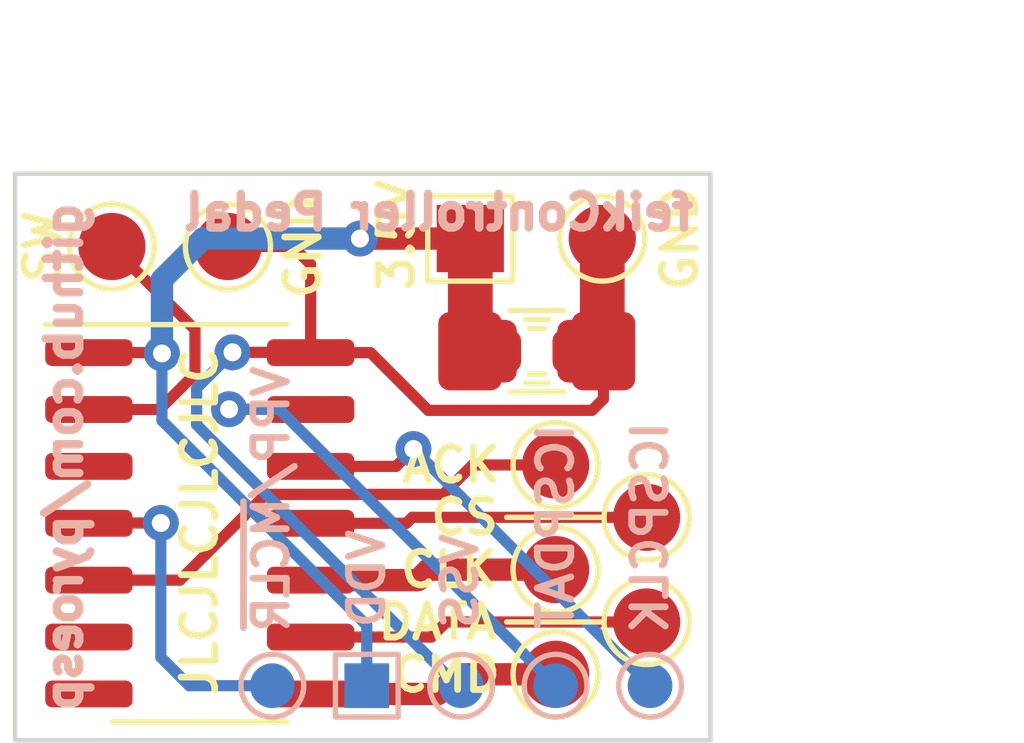
<source format=kicad_pcb>
(kicad_pcb (version 20171130) (host pcbnew "(5.1.8)-1")

  (general
    (thickness 1.6)
    (drawings 11)
    (tracks 66)
    (zones 0)
    (modules 18)
    (nets 15)
  )

  (page A4)
  (layers
    (0 F.Cu signal)
    (31 B.Cu signal)
    (32 B.Adhes user hide)
    (33 F.Adhes user hide)
    (34 B.Paste user hide)
    (35 F.Paste user hide)
    (36 B.SilkS user)
    (37 F.SilkS user)
    (38 B.Mask user hide)
    (39 F.Mask user hide)
    (40 Dwgs.User user hide)
    (41 Cmts.User user)
    (42 Eco1.User user hide)
    (43 Eco2.User user)
    (44 Edge.Cuts user)
    (45 Margin user hide)
    (46 B.CrtYd user hide)
    (47 F.CrtYd user hide)
    (48 B.Fab user hide)
    (49 F.Fab user hide)
  )

  (setup
    (last_trace_width 0.25)
    (user_trace_width 0.5)
    (user_trace_width 0.75)
    (user_trace_width 1)
    (trace_clearance 0.2)
    (zone_clearance 0.508)
    (zone_45_only no)
    (trace_min 0.2)
    (via_size 0.8)
    (via_drill 0.4)
    (via_min_size 0.4)
    (via_min_drill 0.3)
    (uvia_size 0.3)
    (uvia_drill 0.1)
    (uvias_allowed no)
    (uvia_min_size 0.2)
    (uvia_min_drill 0.1)
    (edge_width 0.05)
    (segment_width 0.2)
    (pcb_text_width 0.3)
    (pcb_text_size 1.5 1.5)
    (mod_edge_width 0.12)
    (mod_text_size 1 1)
    (mod_text_width 0.15)
    (pad_size 1.524 1.524)
    (pad_drill 0.762)
    (pad_to_mask_clearance 0)
    (aux_axis_origin 0 0)
    (visible_elements 7FFFFFFF)
    (pcbplotparams
      (layerselection 0x010f0_ffffffff)
      (usegerberextensions false)
      (usegerberattributes true)
      (usegerberadvancedattributes true)
      (creategerberjobfile true)
      (excludeedgelayer true)
      (linewidth 0.100000)
      (plotframeref false)
      (viasonmask false)
      (mode 1)
      (useauxorigin false)
      (hpglpennumber 1)
      (hpglpenspeed 20)
      (hpglpendiameter 15.000000)
      (psnegative false)
      (psa4output false)
      (plotreference true)
      (plotvalue true)
      (plotinvisibletext false)
      (padsonsilk false)
      (subtractmaskfromsilk false)
      (outputformat 1)
      (mirror false)
      (drillshape 0)
      (scaleselection 1)
      (outputdirectory "gerber/"))
  )

  (net 0 "")
  (net 1 GND)
  (net 2 +3V3)
  (net 3 /VPP\~MCLR)
  (net 4 /ICSPDAT)
  (net 5 /ICSPCLK)
  (net 6 /CLK)
  (net 7 /DATA)
  (net 8 /CMD)
  (net 9 /~SS)
  (net 10 /ACK)
  (net 11 /SW)
  (net 12 "Net-(U1-Pad7)")
  (net 13 "Net-(U1-Pad6)")
  (net 14 "Net-(U1-Pad3)")

  (net_class Default "This is the default net class."
    (clearance 0.2)
    (trace_width 0.25)
    (via_dia 0.8)
    (via_drill 0.4)
    (uvia_dia 0.3)
    (uvia_drill 0.1)
    (add_net +3V3)
    (add_net /ACK)
    (add_net /CLK)
    (add_net /CMD)
    (add_net /DATA)
    (add_net /ICSPCLK)
    (add_net /ICSPDAT)
    (add_net /SW)
    (add_net /VPP\~MCLR)
    (add_net /~SS)
    (add_net GND)
    (add_net "Net-(U1-Pad3)")
    (add_net "Net-(U1-Pad6)")
    (add_net "Net-(U1-Pad7)")
  )

  (module Capacitor_SMD:C_0603_1608Metric_Pad1.05x0.95mm_HandSolder (layer F.Cu) (tedit 5B301BBE) (tstamp 5F0202A4)
    (at 178.9795 105.791)
    (descr "Capacitor SMD 0603 (1608 Metric), square (rectangular) end terminal, IPC_7351 nominal with elongated pad for handsoldering. (Body size source: http://www.tortai-tech.com/upload/download/2011102023233369053.pdf), generated with kicad-footprint-generator")
    (tags "capacitor handsolder")
    (path /5DABA497)
    (attr smd)
    (fp_text reference C3 (at 0 -1.43) (layer F.SilkS) hide
      (effects (font (size 1 1) (thickness 0.15)))
    )
    (fp_text value 0.1uF (at 0 1.43) (layer F.Fab)
      (effects (font (size 1 1) (thickness 0.15)))
    )
    (fp_line (start 1.65 0.73) (end -1.65 0.73) (layer F.CrtYd) (width 0.05))
    (fp_line (start 1.65 -0.73) (end 1.65 0.73) (layer F.CrtYd) (width 0.05))
    (fp_line (start -1.65 -0.73) (end 1.65 -0.73) (layer F.CrtYd) (width 0.05))
    (fp_line (start -1.65 0.73) (end -1.65 -0.73) (layer F.CrtYd) (width 0.05))
    (fp_line (start -0.171267 0.51) (end 0.171267 0.51) (layer F.SilkS) (width 0.12))
    (fp_line (start -0.171267 -0.51) (end 0.171267 -0.51) (layer F.SilkS) (width 0.12))
    (fp_line (start 0.8 0.4) (end -0.8 0.4) (layer F.Fab) (width 0.1))
    (fp_line (start 0.8 -0.4) (end 0.8 0.4) (layer F.Fab) (width 0.1))
    (fp_line (start -0.8 -0.4) (end 0.8 -0.4) (layer F.Fab) (width 0.1))
    (fp_line (start -0.8 0.4) (end -0.8 -0.4) (layer F.Fab) (width 0.1))
    (fp_text user %R (at 0 0) (layer F.Fab)
      (effects (font (size 0.4 0.4) (thickness 0.06)))
    )
    (pad 2 smd roundrect (at 0.875 0) (size 1.05 0.95) (layers F.Cu F.Paste F.Mask) (roundrect_rratio 0.25)
      (net 1 GND))
    (pad 1 smd roundrect (at -0.875 0) (size 1.05 0.95) (layers F.Cu F.Paste F.Mask) (roundrect_rratio 0.25)
      (net 2 +3V3))
    (model ${KISYS3DMOD}/Capacitor_SMD.3dshapes/C_0603_1608Metric.wrl
      (at (xyz 0 0 0))
      (scale (xyz 1 1 1))
      (rotate (xyz 0 0 0))
    )
  )

  (module Capacitor_SMD:C_1206_3216Metric_Pad1.42x1.75mm_HandSolder (layer F.Cu) (tedit 5B301BBE) (tstamp 5F01FF55)
    (at 178.9795 105.791)
    (descr "Capacitor SMD 1206 (3216 Metric), square (rectangular) end terminal, IPC_7351 nominal with elongated pad for handsoldering. (Body size source: http://www.tortai-tech.com/upload/download/2011102023233369053.pdf), generated with kicad-footprint-generator")
    (tags "capacitor handsolder")
    (path /5DA2B48A)
    (attr smd)
    (fp_text reference C1 (at 0 -1.82) (layer F.SilkS) hide
      (effects (font (size 1 1) (thickness 0.15)))
    )
    (fp_text value 0.1uF (at 0 1.82) (layer F.Fab)
      (effects (font (size 1 1) (thickness 0.15)))
    )
    (fp_line (start 2.45 1.12) (end -2.45 1.12) (layer F.CrtYd) (width 0.05))
    (fp_line (start 2.45 -1.12) (end 2.45 1.12) (layer F.CrtYd) (width 0.05))
    (fp_line (start -2.45 -1.12) (end 2.45 -1.12) (layer F.CrtYd) (width 0.05))
    (fp_line (start -2.45 1.12) (end -2.45 -1.12) (layer F.CrtYd) (width 0.05))
    (fp_line (start -0.602064 0.91) (end 0.602064 0.91) (layer F.SilkS) (width 0.12))
    (fp_line (start -0.602064 -0.91) (end 0.602064 -0.91) (layer F.SilkS) (width 0.12))
    (fp_line (start 1.6 0.8) (end -1.6 0.8) (layer F.Fab) (width 0.1))
    (fp_line (start 1.6 -0.8) (end 1.6 0.8) (layer F.Fab) (width 0.1))
    (fp_line (start -1.6 -0.8) (end 1.6 -0.8) (layer F.Fab) (width 0.1))
    (fp_line (start -1.6 0.8) (end -1.6 -0.8) (layer F.Fab) (width 0.1))
    (fp_text user %R (at 0 0) (layer F.Fab)
      (effects (font (size 0.8 0.8) (thickness 0.12)))
    )
    (pad 2 smd roundrect (at 1.4875 0) (size 1.425 1.75) (layers F.Cu F.Paste F.Mask) (roundrect_rratio 0.1754385964912281)
      (net 1 GND))
    (pad 1 smd roundrect (at -1.4875 0) (size 1.425 1.75) (layers F.Cu F.Paste F.Mask) (roundrect_rratio 0.1754385964912281)
      (net 2 +3V3))
    (model ${KISYS3DMOD}/Capacitor_SMD.3dshapes/C_1206_3216Metric.wrl
      (at (xyz 0 0 0))
      (scale (xyz 1 1 1))
      (rotate (xyz 0 0 0))
    )
  )

  (module Capacitor_SMD:C_0805_2012Metric_Pad1.15x1.40mm_HandSolder (layer F.Cu) (tedit 5B36C52B) (tstamp 5F020113)
    (at 178.9848 105.791)
    (descr "Capacitor SMD 0805 (2012 Metric), square (rectangular) end terminal, IPC_7351 nominal with elongated pad for handsoldering. (Body size source: https://docs.google.com/spreadsheets/d/1BsfQQcO9C6DZCsRaXUlFlo91Tg2WpOkGARC1WS5S8t0/edit?usp=sharing), generated with kicad-footprint-generator")
    (tags "capacitor handsolder")
    (path /5DA61B3C)
    (attr smd)
    (fp_text reference C2 (at 0 -1.65) (layer F.SilkS) hide
      (effects (font (size 1 1) (thickness 0.15)))
    )
    (fp_text value 0.1uF (at 0 1.65) (layer F.Fab)
      (effects (font (size 1 1) (thickness 0.15)))
    )
    (fp_line (start 1.85 0.95) (end -1.85 0.95) (layer F.CrtYd) (width 0.05))
    (fp_line (start 1.85 -0.95) (end 1.85 0.95) (layer F.CrtYd) (width 0.05))
    (fp_line (start -1.85 -0.95) (end 1.85 -0.95) (layer F.CrtYd) (width 0.05))
    (fp_line (start -1.85 0.95) (end -1.85 -0.95) (layer F.CrtYd) (width 0.05))
    (fp_line (start -0.261252 0.71) (end 0.261252 0.71) (layer F.SilkS) (width 0.12))
    (fp_line (start -0.261252 -0.71) (end 0.261252 -0.71) (layer F.SilkS) (width 0.12))
    (fp_line (start 1 0.6) (end -1 0.6) (layer F.Fab) (width 0.1))
    (fp_line (start 1 -0.6) (end 1 0.6) (layer F.Fab) (width 0.1))
    (fp_line (start -1 -0.6) (end 1 -0.6) (layer F.Fab) (width 0.1))
    (fp_line (start -1 0.6) (end -1 -0.6) (layer F.Fab) (width 0.1))
    (fp_text user %R (at 0 0) (layer F.Fab)
      (effects (font (size 0.5 0.5) (thickness 0.08)))
    )
    (pad 2 smd roundrect (at 1.025 0) (size 1.15 1.4) (layers F.Cu F.Paste F.Mask) (roundrect_rratio 0.2173904347826087)
      (net 1 GND))
    (pad 1 smd roundrect (at -1.025 0) (size 1.15 1.4) (layers F.Cu F.Paste F.Mask) (roundrect_rratio 0.2173904347826087)
      (net 2 +3V3))
    (model ${KISYS3DMOD}/Capacitor_SMD.3dshapes/C_0805_2012Metric.wrl
      (at (xyz 0 0 0))
      (scale (xyz 1 1 1))
      (rotate (xyz 0 0 0))
    )
  )

  (module Package_SO:SOIC-14_3.9x8.7mm_P1.27mm (layer F.Cu) (tedit 5D9F72B1) (tstamp 5F020013)
    (at 171.4554 109.6328)
    (descr "SOIC, 14 Pin (JEDEC MS-012AB, https://www.analog.com/media/en/package-pcb-resources/package/pkg_pdf/soic_narrow-r/r_14.pdf), generated with kicad-footprint-generator ipc_gullwing_generator.py")
    (tags "SOIC SO")
    (path /5F01EC79)
    (attr smd)
    (fp_text reference U1 (at -0.0562 -1.4288) (layer F.SilkS) hide
      (effects (font (size 1 1) (thickness 0.15)))
    )
    (fp_text value PIC16F18325-ISL (at 0 5.28) (layer F.Fab)
      (effects (font (size 1 1) (thickness 0.15)))
    )
    (fp_line (start 3.7 -4.58) (end -3.7 -4.58) (layer F.CrtYd) (width 0.05))
    (fp_line (start 3.7 4.58) (end 3.7 -4.58) (layer F.CrtYd) (width 0.05))
    (fp_line (start -3.7 4.58) (end 3.7 4.58) (layer F.CrtYd) (width 0.05))
    (fp_line (start -3.7 -4.58) (end -3.7 4.58) (layer F.CrtYd) (width 0.05))
    (fp_line (start -1.95 -3.35) (end -0.975 -4.325) (layer F.Fab) (width 0.1))
    (fp_line (start -1.95 4.325) (end -1.95 -3.35) (layer F.Fab) (width 0.1))
    (fp_line (start 1.95 4.325) (end -1.95 4.325) (layer F.Fab) (width 0.1))
    (fp_line (start 1.95 -4.325) (end 1.95 4.325) (layer F.Fab) (width 0.1))
    (fp_line (start -0.975 -4.325) (end 1.95 -4.325) (layer F.Fab) (width 0.1))
    (fp_line (start 0 -4.435) (end -3.45 -4.435) (layer F.SilkS) (width 0.12))
    (fp_line (start 0 -4.435) (end 1.95 -4.435) (layer F.SilkS) (width 0.12))
    (fp_line (start 0 4.435) (end -1.95 4.435) (layer F.SilkS) (width 0.12))
    (fp_line (start 0 4.435) (end 1.95 4.435) (layer F.SilkS) (width 0.12))
    (fp_text user %R (at 0 0) (layer F.Fab)
      (effects (font (size 0.98 0.98) (thickness 0.15)))
    )
    (pad 14 smd roundrect (at 2.475 -3.81) (size 1.95 0.6) (layers F.Cu F.Paste F.Mask) (roundrect_rratio 0.25)
      (net 1 GND))
    (pad 13 smd roundrect (at 2.475 -2.54) (size 1.95 0.6) (layers F.Cu F.Paste F.Mask) (roundrect_rratio 0.25)
      (net 4 /ICSPDAT))
    (pad 12 smd roundrect (at 2.475 -1.27) (size 1.95 0.6) (layers F.Cu F.Paste F.Mask) (roundrect_rratio 0.25)
      (net 5 /ICSPCLK))
    (pad 11 smd roundrect (at 2.475 0) (size 1.95 0.6) (layers F.Cu F.Paste F.Mask) (roundrect_rratio 0.25)
      (net 9 /~SS))
    (pad 10 smd roundrect (at 2.475 1.27) (size 1.95 0.6) (layers F.Cu F.Paste F.Mask) (roundrect_rratio 0.25)
      (net 6 /CLK))
    (pad 9 smd roundrect (at 2.475 2.54) (size 1.95 0.6) (layers F.Cu F.Paste F.Mask) (roundrect_rratio 0.25)
      (net 7 /DATA))
    (pad 8 smd roundrect (at 2.475 3.81) (size 1.95 0.6) (layers F.Cu F.Paste F.Mask) (roundrect_rratio 0.25)
      (net 8 /CMD))
    (pad 7 smd roundrect (at -2.475 3.81) (size 1.95 0.6) (layers F.Cu F.Paste F.Mask) (roundrect_rratio 0.25)
      (net 12 "Net-(U1-Pad7)"))
    (pad 6 smd roundrect (at -2.475 2.54) (size 1.95 0.6) (layers F.Cu F.Paste F.Mask) (roundrect_rratio 0.25)
      (net 13 "Net-(U1-Pad6)"))
    (pad 5 smd roundrect (at -2.475 1.27) (size 1.95 0.6) (layers F.Cu F.Paste F.Mask) (roundrect_rratio 0.25)
      (net 10 /ACK))
    (pad 4 smd roundrect (at -2.475 0) (size 1.95 0.6) (layers F.Cu F.Paste F.Mask) (roundrect_rratio 0.25)
      (net 3 /VPP\~MCLR))
    (pad 3 smd roundrect (at -2.475 -1.27) (size 1.95 0.6) (layers F.Cu F.Paste F.Mask) (roundrect_rratio 0.25)
      (net 14 "Net-(U1-Pad3)"))
    (pad 2 smd roundrect (at -2.475 -2.54) (size 1.95 0.6) (layers F.Cu F.Paste F.Mask) (roundrect_rratio 0.25)
      (net 11 /SW))
    (pad 1 smd roundrect (at -2.475 -3.81) (size 1.95 0.6) (layers F.Cu F.Paste F.Mask) (roundrect_rratio 0.25)
      (net 2 +3V3))
    (model ${KISYS3DMOD}/Package_SO.3dshapes/SOIC-14_3.9x8.7mm_P1.27mm.wrl
      (at (xyz 0 0 0))
      (scale (xyz 1 1 1))
      (rotate (xyz 0 0 0))
    )
  )

  (module TestPoint:TestPoint_Pad_D1.5mm (layer F.Cu) (tedit 5A0F774F) (tstamp 5F022F6B)
    (at 172.085 103.4542 90)
    (descr "SMD pad as test Point, diameter 1.5mm")
    (tags "test point SMD pad")
    (path /5F04C808)
    (attr virtual)
    (fp_text reference GND (at 0 1.6764 90) (layer F.SilkS)
      (effects (font (size 0.75 0.75) (thickness 0.15)))
    )
    (fp_text value TestPoint (at 0 1.75 90) (layer F.Fab)
      (effects (font (size 1 1) (thickness 0.15)))
    )
    (fp_circle (center 0 0) (end 0 0.95) (layer F.SilkS) (width 0.12))
    (fp_circle (center 0 0) (end 1.25 0) (layer F.CrtYd) (width 0.05))
    (fp_text user %R (at 0 -1.65 90) (layer F.Fab)
      (effects (font (size 1 1) (thickness 0.15)))
    )
    (pad 1 smd circle (at 0 0 90) (size 1.5 1.5) (layers F.Cu F.Mask)
      (net 1 GND))
  )

  (module TestPoint:TestPoint_Pad_D1.5mm (layer F.Cu) (tedit 5A0F774F) (tstamp 5F022A69)
    (at 169.4942 103.4542 90)
    (descr "SMD pad as test Point, diameter 1.5mm")
    (tags "test point SMD pad")
    (path /5F04A345)
    (attr virtual)
    (fp_text reference SW (at 0 -1.5494 90) (layer F.SilkS)
      (effects (font (size 0.75 0.75) (thickness 0.15)))
    )
    (fp_text value TestPoint (at 0 1.75 90) (layer F.Fab)
      (effects (font (size 1 1) (thickness 0.15)))
    )
    (fp_circle (center 0 0) (end 0 0.95) (layer F.SilkS) (width 0.12))
    (fp_circle (center 0 0) (end 1.25 0) (layer F.CrtYd) (width 0.05))
    (fp_text user %R (at 0 -1.65 90) (layer F.Fab)
      (effects (font (size 1 1) (thickness 0.15)))
    )
    (pad 1 smd circle (at 0 0 90) (size 1.5 1.5) (layers F.Cu F.Mask)
      (net 11 /SW))
  )

  (module TestPoint:TestPoint_Pad_1.5x1.5mm (layer F.Cu) (tedit 5A0F774F) (tstamp 5F0204D7)
    (at 177.4952 103.2764 180)
    (descr "SMD rectangular pad as test Point, square 1.5mm side length")
    (tags "test point SMD pad rectangle square")
    (path /5DA9C9E5)
    (attr virtual)
    (fp_text reference 3.5V (at 1.651 0.0762 90) (layer F.SilkS)
      (effects (font (size 0.75 0.75) (thickness 0.15)))
    )
    (fp_text value TestPoint (at 0 1.75) (layer F.Fab)
      (effects (font (size 1 1) (thickness 0.15)))
    )
    (fp_line (start 1.25 1.25) (end -1.25 1.25) (layer F.CrtYd) (width 0.05))
    (fp_line (start 1.25 1.25) (end 1.25 -1.25) (layer F.CrtYd) (width 0.05))
    (fp_line (start -1.25 -1.25) (end -1.25 1.25) (layer F.CrtYd) (width 0.05))
    (fp_line (start -1.25 -1.25) (end 1.25 -1.25) (layer F.CrtYd) (width 0.05))
    (fp_line (start -0.95 0.95) (end -0.95 -0.95) (layer F.SilkS) (width 0.12))
    (fp_line (start 0.95 0.95) (end -0.95 0.95) (layer F.SilkS) (width 0.12))
    (fp_line (start 0.95 -0.95) (end 0.95 0.95) (layer F.SilkS) (width 0.12))
    (fp_line (start -0.95 -0.95) (end 0.95 -0.95) (layer F.SilkS) (width 0.12))
    (fp_text user %R (at 0 -1.65) (layer F.Fab)
      (effects (font (size 1 1) (thickness 0.15)))
    )
    (pad 1 smd rect (at 0 0 180) (size 1.5 1.5) (layers F.Cu F.Mask)
      (net 2 +3V3))
  )

  (module TestPoint:TestPoint_Pad_D1.5mm (layer F.Cu) (tedit 5A0F774F) (tstamp 5F01FFD5)
    (at 180.4416 103.2764)
    (descr "SMD pad as test Point, diameter 1.5mm")
    (tags "test point SMD pad")
    (path /5DA9D15C)
    (attr virtual)
    (fp_text reference GND (at 1.7272 0 90) (layer F.SilkS)
      (effects (font (size 0.75 0.75) (thickness 0.15)))
    )
    (fp_text value TestPoint (at 0 1.75) (layer F.Fab)
      (effects (font (size 1 1) (thickness 0.15)))
    )
    (fp_circle (center 0 0) (end 0 0.95) (layer F.SilkS) (width 0.12))
    (fp_circle (center 0 0) (end 1.25 0) (layer F.CrtYd) (width 0.05))
    (fp_text user %R (at 0 -1.65) (layer F.Fab)
      (effects (font (size 1 1) (thickness 0.15)))
    )
    (pad 1 smd circle (at 0 0) (size 1.5 1.5) (layers F.Cu F.Mask)
      (net 1 GND))
  )

  (module TestPoint:TestPoint_Pad_D1.5mm (layer F.Cu) (tedit 5A0F774F) (tstamp 5F02252A)
    (at 179.4002 108.331)
    (descr "SMD pad as test Point, diameter 1.5mm")
    (tags "test point SMD pad")
    (path /5DAA834D)
    (attr virtual)
    (fp_text reference ACK (at -2.3368 0 180) (layer F.SilkS)
      (effects (font (size 0.75 0.75) (thickness 0.15)))
    )
    (fp_text value TestPoint (at 0 1.75) (layer F.Fab)
      (effects (font (size 1 1) (thickness 0.15)))
    )
    (fp_circle (center 0 0) (end 0 0.95) (layer F.SilkS) (width 0.12))
    (fp_circle (center 0 0) (end 1.25 0) (layer F.CrtYd) (width 0.05))
    (fp_text user %R (at 0 -1.65) (layer F.Fab)
      (effects (font (size 1 1) (thickness 0.15)))
    )
    (pad 1 smd circle (at 0 0) (size 1.5 1.5) (layers F.Cu F.Mask)
      (net 10 /ACK))
  )

  (module TestPoint:TestPoint_Pad_D1.5mm (layer F.Cu) (tedit 5A0F774F) (tstamp 5F02235B)
    (at 181.4322 109.4994)
    (descr "SMD pad as test Point, diameter 1.5mm")
    (tags "test point SMD pad")
    (path /5DA61652)
    (attr virtual)
    (fp_text reference CS (at -4.064 0) (layer F.SilkS)
      (effects (font (size 0.75 0.75) (thickness 0.15)))
    )
    (fp_text value TestPoint (at 0 1.75) (layer F.Fab)
      (effects (font (size 1 1) (thickness 0.15)))
    )
    (fp_circle (center 0 0) (end 0 0.95) (layer F.SilkS) (width 0.12))
    (fp_circle (center 0 0) (end 1.25 0) (layer F.CrtYd) (width 0.05))
    (fp_text user %R (at 0 -1.65) (layer F.Fab)
      (effects (font (size 1 1) (thickness 0.15)))
    )
    (pad 1 smd circle (at 0 0) (size 1.5 1.5) (layers F.Cu F.Mask)
      (net 9 /~SS))
  )

  (module TestPoint:TestPoint_Pad_D1.5mm (layer F.Cu) (tedit 5A0F774F) (tstamp 5F022346)
    (at 179.4002 113.0046)
    (descr "SMD pad as test Point, diameter 1.5mm")
    (tags "test point SMD pad")
    (path /5DA614DB)
    (attr virtual)
    (fp_text reference CMD (at -2.4384 0 180) (layer F.SilkS)
      (effects (font (size 0.75 0.75) (thickness 0.15)))
    )
    (fp_text value TestPoint (at 0 1.75) (layer F.Fab)
      (effects (font (size 1 1) (thickness 0.15)))
    )
    (fp_circle (center 0 0) (end 0 0.95) (layer F.SilkS) (width 0.12))
    (fp_circle (center 0 0) (end 1.25 0) (layer F.CrtYd) (width 0.05))
    (fp_text user %R (at 0 -1.65) (layer F.Fab)
      (effects (font (size 1 1) (thickness 0.15)))
    )
    (pad 1 smd circle (at 0 0) (size 1.5 1.5) (layers F.Cu F.Mask)
      (net 8 /CMD))
  )

  (module TestPoint:TestPoint_Pad_D1.5mm (layer F.Cu) (tedit 5A0F774F) (tstamp 5F02231C)
    (at 181.4322 111.8362)
    (descr "SMD pad as test Point, diameter 1.5mm")
    (tags "test point SMD pad")
    (path /5DA57C68)
    (attr virtual)
    (fp_text reference DATA (at -4.6736 0 180) (layer F.SilkS)
      (effects (font (size 0.75 0.75) (thickness 0.15)))
    )
    (fp_text value TestPoint (at 0 1.75) (layer F.Fab)
      (effects (font (size 1 1) (thickness 0.15)))
    )
    (fp_circle (center 0 0) (end 0 0.95) (layer F.SilkS) (width 0.12))
    (fp_circle (center 0 0) (end 1.25 0) (layer F.CrtYd) (width 0.05))
    (fp_text user %R (at 0 -1.65) (layer F.Fab)
      (effects (font (size 1 1) (thickness 0.15)))
    )
    (pad 1 smd circle (at 0 0) (size 1.5 1.5) (layers F.Cu F.Mask)
      (net 7 /DATA))
  )

  (module TestPoint:TestPoint_Pad_D1.5mm (layer F.Cu) (tedit 5A0F774F) (tstamp 5F022370)
    (at 179.4002 110.6678)
    (descr "SMD pad as test Point, diameter 1.5mm")
    (tags "test point SMD pad")
    (path /5DA57006)
    (attr virtual)
    (fp_text reference CLK (at -2.3876 0 180) (layer F.SilkS)
      (effects (font (size 0.75 0.75) (thickness 0.15)))
    )
    (fp_text value TestPoint (at 0 1.75) (layer F.Fab)
      (effects (font (size 1 1) (thickness 0.15)))
    )
    (fp_circle (center 0 0) (end 0 0.95) (layer F.SilkS) (width 0.12))
    (fp_circle (center 0 0) (end 1.25 0) (layer F.CrtYd) (width 0.05))
    (fp_text user %R (at 0 -1.65) (layer F.Fab)
      (effects (font (size 1 1) (thickness 0.15)))
    )
    (pad 1 smd circle (at 0 0) (size 1.5 1.5) (layers F.Cu F.Mask)
      (net 6 /CLK))
  )

  (module TestPoint:TestPoint_Pad_D1.0mm (layer B.Cu) (tedit 5A0F774F) (tstamp 5F01FFA5)
    (at 181.5084 113.2586 180)
    (descr "SMD pad as test Point, diameter 1.0mm")
    (tags "test point SMD pad")
    (path /5DA652EB)
    (attr virtual)
    (fp_text reference ICSPCLK (at 0 3.5306 270) (layer B.SilkS)
      (effects (font (size 0.75 0.75) (thickness 0.15)) (justify mirror))
    )
    (fp_text value TestPoint (at 0 -1.55) (layer B.Fab)
      (effects (font (size 1 1) (thickness 0.15)) (justify mirror))
    )
    (fp_circle (center 0 0) (end 0 -0.7) (layer B.SilkS) (width 0.12))
    (fp_circle (center 0 0) (end 1 0) (layer B.CrtYd) (width 0.05))
    (fp_text user %R (at 0 1.45) (layer B.Fab)
      (effects (font (size 1 1) (thickness 0.15)) (justify mirror))
    )
    (pad 1 smd circle (at 0 0 180) (size 1 1) (layers B.Cu B.Mask)
      (net 5 /ICSPCLK))
  )

  (module TestPoint:TestPoint_Pad_D1.0mm (layer B.Cu) (tedit 5A0F774F) (tstamp 5F01FF9D)
    (at 179.4002 113.2586 180)
    (descr "SMD pad as test Point, diameter 1.0mm")
    (tags "test point SMD pad")
    (path /5DA65166)
    (attr virtual)
    (fp_text reference ICSPDAT (at 0 3.556 270) (layer B.SilkS)
      (effects (font (size 0.75 0.75) (thickness 0.15)) (justify mirror))
    )
    (fp_text value TestPoint (at 0 -1.55) (layer B.Fab)
      (effects (font (size 1 1) (thickness 0.15)) (justify mirror))
    )
    (fp_circle (center 0 0) (end 0 -0.7) (layer B.SilkS) (width 0.12))
    (fp_circle (center 0 0) (end 1 0) (layer B.CrtYd) (width 0.05))
    (fp_text user %R (at 0 1.45) (layer B.Fab)
      (effects (font (size 1 1) (thickness 0.15)) (justify mirror))
    )
    (pad 1 smd circle (at 0 0 180) (size 1 1) (layers B.Cu B.Mask)
      (net 4 /ICSPDAT))
  )

  (module TestPoint:TestPoint_Pad_D1.0mm (layer B.Cu) (tedit 5A0F774F) (tstamp 5F01FF95)
    (at 177.292 113.2586 180)
    (descr "SMD pad as test Point, diameter 1.0mm")
    (tags "test point SMD pad")
    (path /5DA656B7)
    (attr virtual)
    (fp_text reference VSS (at 0.0254 2.3368 270) (layer B.SilkS)
      (effects (font (size 0.75 0.75) (thickness 0.15)) (justify mirror))
    )
    (fp_text value TestPoint (at 0 -1.55) (layer B.Fab)
      (effects (font (size 1 1) (thickness 0.15)) (justify mirror))
    )
    (fp_circle (center 0 0) (end 0 -0.7) (layer B.SilkS) (width 0.12))
    (fp_circle (center 0 0) (end 1 0) (layer B.CrtYd) (width 0.05))
    (fp_text user %R (at 0 1.45) (layer B.Fab)
      (effects (font (size 1 1) (thickness 0.15)) (justify mirror))
    )
    (pad 1 smd circle (at 0 0 180) (size 1 1) (layers B.Cu B.Mask)
      (net 1 GND))
  )

  (module TestPoint:TestPoint_Pad_1.0x1.0mm (layer B.Cu) (tedit 5A0F774F) (tstamp 5F01FF8D)
    (at 175.1838 113.2586 180)
    (descr "SMD rectangular pad as test Point, square 1.0mm side length")
    (tags "test point SMD pad rectangle square")
    (path /5DA6550A)
    (attr virtual)
    (fp_text reference VDD (at 0 2.3876 270) (layer B.SilkS)
      (effects (font (size 0.75 0.75) (thickness 0.15)) (justify mirror))
    )
    (fp_text value TestPoint (at 0 -1.55) (layer B.Fab)
      (effects (font (size 1 1) (thickness 0.15)) (justify mirror))
    )
    (fp_line (start 1 -1) (end -1 -1) (layer B.CrtYd) (width 0.05))
    (fp_line (start 1 -1) (end 1 1) (layer B.CrtYd) (width 0.05))
    (fp_line (start -1 1) (end -1 -1) (layer B.CrtYd) (width 0.05))
    (fp_line (start -1 1) (end 1 1) (layer B.CrtYd) (width 0.05))
    (fp_line (start -0.7 -0.7) (end -0.7 0.7) (layer B.SilkS) (width 0.12))
    (fp_line (start 0.7 -0.7) (end -0.7 -0.7) (layer B.SilkS) (width 0.12))
    (fp_line (start 0.7 0.7) (end 0.7 -0.7) (layer B.SilkS) (width 0.12))
    (fp_line (start -0.7 0.7) (end 0.7 0.7) (layer B.SilkS) (width 0.12))
    (fp_text user %R (at 0 1.45) (layer B.Fab)
      (effects (font (size 1 1) (thickness 0.15)) (justify mirror))
    )
    (pad 1 smd rect (at 0 0 180) (size 1 1) (layers B.Cu B.Mask)
      (net 2 +3V3))
  )

  (module TestPoint:TestPoint_Pad_D1.0mm (layer B.Cu) (tedit 5A0F774F) (tstamp 5F01FF7F)
    (at 173.0756 113.2586 180)
    (descr "SMD pad as test Point, diameter 1.0mm")
    (tags "test point SMD pad")
    (path /5DA646D5)
    (attr virtual)
    (fp_text reference VPP/~MCLR (at 0.0254 4.1656 270) (layer B.SilkS)
      (effects (font (size 0.75 0.75) (thickness 0.15)) (justify mirror))
    )
    (fp_text value TestPoint (at 0 -1.55) (layer B.Fab)
      (effects (font (size 1 1) (thickness 0.15)) (justify mirror))
    )
    (fp_circle (center 0 0) (end 0 -0.7) (layer B.SilkS) (width 0.12))
    (fp_circle (center 0 0) (end 1 0) (layer B.CrtYd) (width 0.05))
    (fp_text user %R (at 0 1.45) (layer B.Fab)
      (effects (font (size 1 1) (thickness 0.15)) (justify mirror))
    )
    (pad 1 smd circle (at 0 0 180) (size 1 1) (layers B.Cu B.Mask)
      (net 3 /VPP\~MCLR))
  )

  (gr_line (start 178.308 111.8362) (end 180.4162 111.8362) (layer F.SilkS) (width 0.12) (tstamp 5F022310))
  (gr_line (start 178.308 109.4994) (end 180.4416 109.4994) (layer F.SilkS) (width 0.12) (tstamp 5F022313))
  (gr_text github.com/pyroesp (at 168.4274 108.1532 90) (layer B.SilkS) (tstamp 5F01FF54)
    (effects (font (size 0.75 0.75) (thickness 0.1875)) (justify mirror))
  )
  (gr_text "feikController Pedal" (at 176.784 102.6922) (layer B.SilkS) (tstamp 5F01FF40)
    (effects (font (size 0.75 0.75) (thickness 0.1875)) (justify mirror))
  )
  (dimension 15.5194 (width 0.15) (layer Cmts.User)
    (gr_text "15.519 mm" (at 175.0949 98.649) (layer Cmts.User)
      (effects (font (size 1 1) (thickness 0.15)))
    )
    (feature1 (pts (xy 182.8546 101.8286) (xy 182.8546 99.362579)))
    (feature2 (pts (xy 167.3352 101.8286) (xy 167.3352 99.362579)))
    (crossbar (pts (xy 167.3352 99.949) (xy 182.8546 99.949)))
    (arrow1a (pts (xy 182.8546 99.949) (xy 181.728096 99.362579)))
    (arrow1b (pts (xy 182.8546 99.949) (xy 181.728096 100.535421)))
    (arrow2a (pts (xy 167.3352 99.949) (xy 168.461704 99.362579)))
    (arrow2b (pts (xy 167.3352 99.949) (xy 168.461704 100.535421)))
  )
  (dimension 12.6492 (width 0.15) (layer Cmts.User) (tstamp 5F02230B)
    (gr_text "12.649 mm" (at 188.498 108.1532 90) (layer Cmts.User) (tstamp 5F02230B)
      (effects (font (size 1 1) (thickness 0.15)))
    )
    (feature1 (pts (xy 182.8546 101.8286) (xy 187.784421 101.8286)))
    (feature2 (pts (xy 182.8546 114.4778) (xy 187.784421 114.4778)))
    (crossbar (pts (xy 187.198 114.4778) (xy 187.198 101.8286)))
    (arrow1a (pts (xy 187.198 101.8286) (xy 187.784421 102.955104)))
    (arrow1b (pts (xy 187.198 101.8286) (xy 186.611579 102.955104)))
    (arrow2a (pts (xy 187.198 114.4778) (xy 187.784421 113.351296)))
    (arrow2b (pts (xy 187.198 114.4778) (xy 186.611579 113.351296)))
  )
  (gr_line (start 182.8546 101.8286) (end 182.8546 114.4778) (layer Edge.Cuts) (width 0.1))
  (gr_line (start 167.3352 101.8286) (end 182.8546 101.8286) (layer Edge.Cuts) (width 0.1))
  (gr_line (start 167.3352 114.4778) (end 167.3352 101.8286) (layer Edge.Cuts) (width 0.1))
  (gr_line (start 182.8546 114.4778) (end 167.3352 114.4778) (layer Edge.Cuts) (width 0.1))
  (gr_text JLCJLCJLCJLC (at 171.45 109.601 90) (layer F.SilkS) (tstamp 5F01F76E)
    (effects (font (size 0.75 0.75) (thickness 0.15)))
  )

  (segment (start 180.4416 105.7656) (end 180.467 105.791) (width 1) (layer F.Cu) (net 1))
  (segment (start 180.4416 103.2764) (end 180.4416 105.7656) (width 1) (layer F.Cu) (net 1))
  (segment (start 173.9304 105.8228) (end 173.9304 103.8518) (width 0.25) (layer F.Cu) (net 1))
  (segment (start 173.5328 103.4542) (end 172.085 103.4542) (width 0.25) (layer F.Cu) (net 1))
  (segment (start 173.9304 103.8518) (end 173.5328 103.4542) (width 0.25) (layer F.Cu) (net 1))
  (via (at 172.1866 105.8164) (size 0.8) (drill 0.4) (layers F.Cu B.Cu) (net 1))
  (segment (start 177.292 113.2586) (end 177.209598 113.2586) (width 0.25) (layer B.Cu) (net 1))
  (segment (start 171.385399 106.617601) (end 172.1866 105.8164) (width 0.25) (layer B.Cu) (net 1))
  (segment (start 171.385399 107.434401) (end 171.385399 106.617601) (width 0.25) (layer B.Cu) (net 1))
  (segment (start 177.209598 113.2586) (end 171.385399 107.434401) (width 0.25) (layer B.Cu) (net 1))
  (segment (start 173.924 105.8164) (end 173.9304 105.8228) (width 0.25) (layer F.Cu) (net 1))
  (segment (start 172.1866 105.8164) (end 173.924 105.8164) (width 0.25) (layer F.Cu) (net 1))
  (segment (start 180.213 107.1118) (end 180.467 106.8578) (width 0.25) (layer F.Cu) (net 1))
  (segment (start 180.467 106.8578) (end 180.467 105.791) (width 0.25) (layer F.Cu) (net 1))
  (segment (start 176.5554 107.1118) (end 180.213 107.1118) (width 0.25) (layer F.Cu) (net 1))
  (segment (start 173.9304 105.8228) (end 175.2664 105.8228) (width 0.25) (layer F.Cu) (net 1))
  (segment (start 175.2664 105.8228) (end 176.5554 107.1118) (width 0.25) (layer F.Cu) (net 1))
  (segment (start 177.4952 105.7878) (end 177.492 105.791) (width 1) (layer F.Cu) (net 2))
  (segment (start 177.4952 103.2764) (end 177.4952 105.7878) (width 1) (layer F.Cu) (net 2))
  (via (at 170.6118 105.8418) (size 0.8) (drill 0.4) (layers F.Cu B.Cu) (net 2))
  (segment (start 168.9804 105.8228) (end 170.5928 105.8228) (width 0.25) (layer F.Cu) (net 2))
  (segment (start 170.5928 105.8228) (end 170.6118 105.8418) (width 0.25) (layer F.Cu) (net 2))
  (via (at 175.0314 103.2764) (size 0.8) (drill 0.4) (layers F.Cu B.Cu) (net 2))
  (segment (start 175.0314 103.2764) (end 177.4952 103.2764) (width 0.5) (layer F.Cu) (net 2))
  (segment (start 170.6118 107.3404) (end 170.6118 105.8418) (width 0.25) (layer B.Cu) (net 2))
  (segment (start 175.1838 113.2586) (end 175.1838 111.9124) (width 0.25) (layer B.Cu) (net 2))
  (segment (start 175.1838 111.9124) (end 170.6118 107.3404) (width 0.25) (layer B.Cu) (net 2))
  (segment (start 170.6118 105.8418) (end 170.6118 104.1908) (width 0.5) (layer B.Cu) (net 2))
  (segment (start 171.5262 103.2764) (end 175.0314 103.2764) (width 0.5) (layer B.Cu) (net 2))
  (segment (start 170.6118 104.1908) (end 171.5262 103.2764) (width 0.5) (layer B.Cu) (net 2))
  (segment (start 173.0756 113.2586) (end 171.2214 113.2586) (width 0.25) (layer B.Cu) (net 3))
  (via (at 170.5864 109.6264) (size 0.8) (drill 0.4) (layers F.Cu B.Cu) (net 3))
  (segment (start 171.2214 113.2586) (end 170.5864 112.6236) (width 0.25) (layer B.Cu) (net 3))
  (segment (start 170.5864 112.6236) (end 170.5864 109.6264) (width 0.25) (layer B.Cu) (net 3))
  (segment (start 168.9868 109.6264) (end 168.9804 109.6328) (width 0.25) (layer F.Cu) (net 3))
  (segment (start 170.5864 109.6264) (end 168.9868 109.6264) (width 0.25) (layer F.Cu) (net 3))
  (via (at 172.1104 107.0864) (size 0.8) (drill 0.4) (layers F.Cu B.Cu) (net 4))
  (segment (start 179.4002 113.2586) (end 173.228 107.0864) (width 0.25) (layer B.Cu) (net 4))
  (segment (start 173.228 107.0864) (end 172.1104 107.0864) (width 0.25) (layer B.Cu) (net 4))
  (segment (start 173.924 107.0864) (end 173.9304 107.0928) (width 0.25) (layer F.Cu) (net 4))
  (segment (start 172.1104 107.0864) (end 173.924 107.0864) (width 0.25) (layer F.Cu) (net 4))
  (via (at 176.2252 107.9754) (size 0.8) (drill 0.4) (layers F.Cu B.Cu) (net 5))
  (segment (start 181.5084 113.2586) (end 176.2252 107.9754) (width 0.25) (layer B.Cu) (net 5))
  (segment (start 175.8378 108.3628) (end 173.9304 108.3628) (width 0.25) (layer F.Cu) (net 5))
  (segment (start 176.2252 107.9754) (end 175.8378 108.3628) (width 0.25) (layer F.Cu) (net 5))
  (segment (start 179.4002 110.6678) (end 176.5554 110.6678) (width 0.5) (layer F.Cu) (net 6))
  (segment (start 176.3204 110.9028) (end 173.9304 110.9028) (width 0.5) (layer F.Cu) (net 6))
  (segment (start 176.5554 110.6678) (end 176.3204 110.9028) (width 0.5) (layer F.Cu) (net 6))
  (segment (start 181.4322 111.8362) (end 176.9618 111.8362) (width 0.25) (layer F.Cu) (net 7))
  (segment (start 176.6252 112.1728) (end 173.9304 112.1728) (width 0.25) (layer F.Cu) (net 7))
  (segment (start 176.9618 111.8362) (end 176.6252 112.1728) (width 0.25) (layer F.Cu) (net 7))
  (segment (start 179.4002 113.0046) (end 177.2158 113.0046) (width 0.5) (layer F.Cu) (net 8))
  (segment (start 176.7776 113.4428) (end 173.9304 113.4428) (width 0.5) (layer F.Cu) (net 8))
  (segment (start 177.2158 113.0046) (end 176.7776 113.4428) (width 0.5) (layer F.Cu) (net 8))
  (segment (start 181.4322 109.4994) (end 176.1998 109.4994) (width 0.25) (layer F.Cu) (net 9))
  (segment (start 176.0664 109.6328) (end 173.9304 109.6328) (width 0.25) (layer F.Cu) (net 9))
  (segment (start 176.1998 109.4994) (end 176.0664 109.6328) (width 0.25) (layer F.Cu) (net 9))
  (segment (start 172.928622 108.98781) (end 176.88919 108.98781) (width 0.25) (layer F.Cu) (net 10))
  (segment (start 168.9804 110.9028) (end 171.013632 110.9028) (width 0.25) (layer F.Cu) (net 10))
  (segment (start 171.013632 110.9028) (end 172.928622 108.98781) (width 0.25) (layer F.Cu) (net 10))
  (segment (start 177.546 108.331) (end 179.4002 108.331) (width 0.25) (layer F.Cu) (net 10))
  (segment (start 176.88919 108.98781) (end 177.546 108.331) (width 0.25) (layer F.Cu) (net 10))
  (segment (start 171.3484 106.299) (end 171.3484 105.3084) (width 0.25) (layer F.Cu) (net 11))
  (segment (start 168.9804 107.0928) (end 170.5546 107.0928) (width 0.25) (layer F.Cu) (net 11))
  (segment (start 171.3484 105.3084) (end 169.4942 103.4542) (width 0.25) (layer F.Cu) (net 11))
  (segment (start 170.5546 107.0928) (end 171.3484 106.299) (width 0.25) (layer F.Cu) (net 11))

)

</source>
